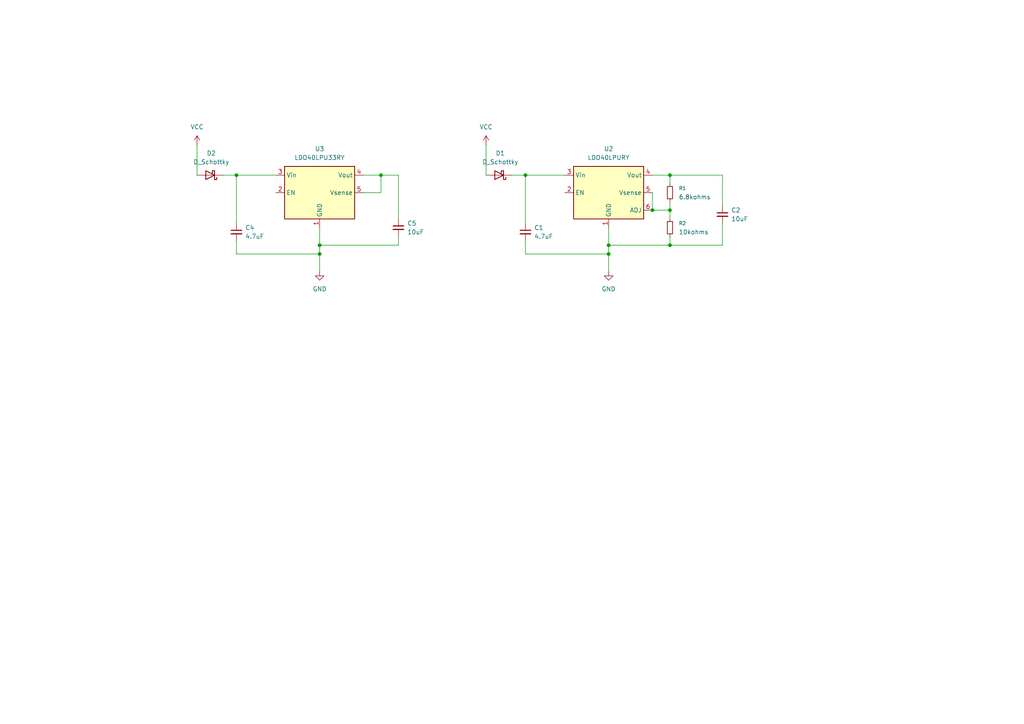
<source format=kicad_sch>
(kicad_sch
	(version 20250114)
	(generator "eeschema")
	(generator_version "9.0")
	(uuid "9ecbd746-fbe1-4c27-bfdb-c91b528f2500")
	(paper "A4")
	(lib_symbols
		(symbol "Device:C_Small"
			(pin_numbers
				(hide yes)
			)
			(pin_names
				(offset 0.254)
				(hide yes)
			)
			(exclude_from_sim no)
			(in_bom yes)
			(on_board yes)
			(property "Reference" "C"
				(at 0.254 1.778 0)
				(effects
					(font
						(size 1.27 1.27)
					)
					(justify left)
				)
			)
			(property "Value" "C_Small"
				(at 0.254 -2.032 0)
				(effects
					(font
						(size 1.27 1.27)
					)
					(justify left)
				)
			)
			(property "Footprint" ""
				(at 0 0 0)
				(effects
					(font
						(size 1.27 1.27)
					)
					(hide yes)
				)
			)
			(property "Datasheet" "~"
				(at 0 0 0)
				(effects
					(font
						(size 1.27 1.27)
					)
					(hide yes)
				)
			)
			(property "Description" "Unpolarized capacitor, small symbol"
				(at 0 0 0)
				(effects
					(font
						(size 1.27 1.27)
					)
					(hide yes)
				)
			)
			(property "ki_keywords" "capacitor cap"
				(at 0 0 0)
				(effects
					(font
						(size 1.27 1.27)
					)
					(hide yes)
				)
			)
			(property "ki_fp_filters" "C_*"
				(at 0 0 0)
				(effects
					(font
						(size 1.27 1.27)
					)
					(hide yes)
				)
			)
			(symbol "C_Small_0_1"
				(polyline
					(pts
						(xy -1.524 0.508) (xy 1.524 0.508)
					)
					(stroke
						(width 0.3048)
						(type default)
					)
					(fill
						(type none)
					)
				)
				(polyline
					(pts
						(xy -1.524 -0.508) (xy 1.524 -0.508)
					)
					(stroke
						(width 0.3302)
						(type default)
					)
					(fill
						(type none)
					)
				)
			)
			(symbol "C_Small_1_1"
				(pin passive line
					(at 0 2.54 270)
					(length 2.032)
					(name "~"
						(effects
							(font
								(size 1.27 1.27)
							)
						)
					)
					(number "1"
						(effects
							(font
								(size 1.27 1.27)
							)
						)
					)
				)
				(pin passive line
					(at 0 -2.54 90)
					(length 2.032)
					(name "~"
						(effects
							(font
								(size 1.27 1.27)
							)
						)
					)
					(number "2"
						(effects
							(font
								(size 1.27 1.27)
							)
						)
					)
				)
			)
			(embedded_fonts no)
		)
		(symbol "Device:D_Schottky"
			(pin_numbers
				(hide yes)
			)
			(pin_names
				(offset 1.016)
				(hide yes)
			)
			(exclude_from_sim no)
			(in_bom yes)
			(on_board yes)
			(property "Reference" "D"
				(at 0 2.54 0)
				(effects
					(font
						(size 1.27 1.27)
					)
				)
			)
			(property "Value" "D_Schottky"
				(at 0 -2.54 0)
				(effects
					(font
						(size 1.27 1.27)
					)
				)
			)
			(property "Footprint" ""
				(at 0 0 0)
				(effects
					(font
						(size 1.27 1.27)
					)
					(hide yes)
				)
			)
			(property "Datasheet" "~"
				(at 0 0 0)
				(effects
					(font
						(size 1.27 1.27)
					)
					(hide yes)
				)
			)
			(property "Description" "Schottky diode"
				(at 0 0 0)
				(effects
					(font
						(size 1.27 1.27)
					)
					(hide yes)
				)
			)
			(property "ki_keywords" "diode Schottky"
				(at 0 0 0)
				(effects
					(font
						(size 1.27 1.27)
					)
					(hide yes)
				)
			)
			(property "ki_fp_filters" "TO-???* *_Diode_* *SingleDiode* D_*"
				(at 0 0 0)
				(effects
					(font
						(size 1.27 1.27)
					)
					(hide yes)
				)
			)
			(symbol "D_Schottky_0_1"
				(polyline
					(pts
						(xy -1.905 0.635) (xy -1.905 1.27) (xy -1.27 1.27) (xy -1.27 -1.27) (xy -0.635 -1.27) (xy -0.635 -0.635)
					)
					(stroke
						(width 0.254)
						(type default)
					)
					(fill
						(type none)
					)
				)
				(polyline
					(pts
						(xy 1.27 1.27) (xy 1.27 -1.27) (xy -1.27 0) (xy 1.27 1.27)
					)
					(stroke
						(width 0.254)
						(type default)
					)
					(fill
						(type none)
					)
				)
				(polyline
					(pts
						(xy 1.27 0) (xy -1.27 0)
					)
					(stroke
						(width 0)
						(type default)
					)
					(fill
						(type none)
					)
				)
			)
			(symbol "D_Schottky_1_1"
				(pin passive line
					(at -3.81 0 0)
					(length 2.54)
					(name "K"
						(effects
							(font
								(size 1.27 1.27)
							)
						)
					)
					(number "1"
						(effects
							(font
								(size 1.27 1.27)
							)
						)
					)
				)
				(pin passive line
					(at 3.81 0 180)
					(length 2.54)
					(name "A"
						(effects
							(font
								(size 1.27 1.27)
							)
						)
					)
					(number "2"
						(effects
							(font
								(size 1.27 1.27)
							)
						)
					)
				)
			)
			(embedded_fonts no)
		)
		(symbol "Device:R_Small"
			(pin_numbers
				(hide yes)
			)
			(pin_names
				(offset 0.254)
				(hide yes)
			)
			(exclude_from_sim no)
			(in_bom yes)
			(on_board yes)
			(property "Reference" "R"
				(at 0 0 90)
				(effects
					(font
						(size 1.016 1.016)
					)
				)
			)
			(property "Value" "R_Small"
				(at 1.778 0 90)
				(effects
					(font
						(size 1.27 1.27)
					)
				)
			)
			(property "Footprint" ""
				(at 0 0 0)
				(effects
					(font
						(size 1.27 1.27)
					)
					(hide yes)
				)
			)
			(property "Datasheet" "~"
				(at 0 0 0)
				(effects
					(font
						(size 1.27 1.27)
					)
					(hide yes)
				)
			)
			(property "Description" "Resistor, small symbol"
				(at 0 0 0)
				(effects
					(font
						(size 1.27 1.27)
					)
					(hide yes)
				)
			)
			(property "ki_keywords" "R resistor"
				(at 0 0 0)
				(effects
					(font
						(size 1.27 1.27)
					)
					(hide yes)
				)
			)
			(property "ki_fp_filters" "R_*"
				(at 0 0 0)
				(effects
					(font
						(size 1.27 1.27)
					)
					(hide yes)
				)
			)
			(symbol "R_Small_0_1"
				(rectangle
					(start -0.762 1.778)
					(end 0.762 -1.778)
					(stroke
						(width 0.2032)
						(type default)
					)
					(fill
						(type none)
					)
				)
			)
			(symbol "R_Small_1_1"
				(pin passive line
					(at 0 2.54 270)
					(length 0.762)
					(name "~"
						(effects
							(font
								(size 1.27 1.27)
							)
						)
					)
					(number "1"
						(effects
							(font
								(size 1.27 1.27)
							)
						)
					)
				)
				(pin passive line
					(at 0 -2.54 90)
					(length 0.762)
					(name "~"
						(effects
							(font
								(size 1.27 1.27)
							)
						)
					)
					(number "2"
						(effects
							(font
								(size 1.27 1.27)
							)
						)
					)
				)
			)
			(embedded_fonts no)
		)
		(symbol "Inverted_F_Antenna:VCC"
			(power)
			(pin_numbers
				(hide yes)
			)
			(pin_names
				(offset 0)
				(hide yes)
			)
			(exclude_from_sim no)
			(in_bom yes)
			(on_board yes)
			(property "Reference" "#PWR"
				(at 0 -3.81 0)
				(effects
					(font
						(size 1.27 1.27)
					)
					(hide yes)
				)
			)
			(property "Value" "VCC"
				(at 0 3.556 0)
				(effects
					(font
						(size 1.27 1.27)
					)
				)
			)
			(property "Footprint" ""
				(at 0 0 0)
				(effects
					(font
						(size 1.27 1.27)
					)
					(hide yes)
				)
			)
			(property "Datasheet" ""
				(at 0 0 0)
				(effects
					(font
						(size 1.27 1.27)
					)
					(hide yes)
				)
			)
			(property "Description" "Power symbol creates a global label with name \"VCC\""
				(at 0 0 0)
				(effects
					(font
						(size 1.27 1.27)
					)
					(hide yes)
				)
			)
			(property "ki_keywords" "global power"
				(at 0 0 0)
				(effects
					(font
						(size 1.27 1.27)
					)
					(hide yes)
				)
			)
			(symbol "VCC_0_1"
				(polyline
					(pts
						(xy -0.762 1.27) (xy 0 2.54)
					)
					(stroke
						(width 0)
						(type default)
					)
					(fill
						(type none)
					)
				)
				(polyline
					(pts
						(xy 0 2.54) (xy 0.762 1.27)
					)
					(stroke
						(width 0)
						(type default)
					)
					(fill
						(type none)
					)
				)
				(polyline
					(pts
						(xy 0 0) (xy 0 2.54)
					)
					(stroke
						(width 0)
						(type default)
					)
					(fill
						(type none)
					)
				)
			)
			(symbol "VCC_1_1"
				(pin power_in line
					(at 0 0 90)
					(length 0)
					(name "~"
						(effects
							(font
								(size 1.27 1.27)
							)
						)
					)
					(number "1"
						(effects
							(font
								(size 1.27 1.27)
							)
						)
					)
				)
			)
			(embedded_fonts no)
		)
		(symbol "Regulator_Linear:LDO40LPU33RY"
			(exclude_from_sim no)
			(in_bom yes)
			(on_board yes)
			(property "Reference" "U"
				(at 0 0 0)
				(effects
					(font
						(size 1.27 1.27)
					)
				)
			)
			(property "Value" "LDO40LPU33RY"
				(at 0 0 0)
				(effects
					(font
						(size 1.27 1.27)
					)
				)
			)
			(property "Footprint" "Package_DFN_QFN:DFN-6-1EP_3x3mm_P0.95mm_EP1.7x2.6mm"
				(at 0 0 0)
				(effects
					(font
						(size 1.27 1.27)
					)
					(hide yes)
				)
			)
			(property "Datasheet" "https://www.st.com/resource/en/datasheet/ldo40l.pdf"
				(at 0 0 0)
				(effects
					(font
						(size 1.27 1.27)
					)
					(hide yes)
				)
			)
			(property "Description" "400mA, 3.5V-38V input, fixed positive 3.3V output, LDO regulator with enable, DFN-6"
				(at 0 0 0)
				(effects
					(font
						(size 1.27 1.27)
					)
					(hide yes)
				)
			)
			(property "ki_keywords" "low-dropout-regulator"
				(at 0 0 0)
				(effects
					(font
						(size 1.27 1.27)
					)
					(hide yes)
				)
			)
			(property "ki_fp_filters" "DFN*1EP*3x3mm*P0.95mm*"
				(at 0 0 0)
				(effects
					(font
						(size 1.27 1.27)
					)
					(hide yes)
				)
			)
			(symbol "LDO40LPU33RY_1_1"
				(rectangle
					(start -10.16 7.62)
					(end 10.16 -7.62)
					(stroke
						(width 0.254)
						(type solid)
					)
					(fill
						(type background)
					)
				)
				(pin power_in line
					(at -12.7 5.08 0)
					(length 2.54)
					(name "Vin"
						(effects
							(font
								(size 1.27 1.27)
							)
						)
					)
					(number "3"
						(effects
							(font
								(size 1.27 1.27)
							)
						)
					)
				)
				(pin input line
					(at -12.7 0 0)
					(length 2.54)
					(name "EN"
						(effects
							(font
								(size 1.27 1.27)
							)
						)
					)
					(number "2"
						(effects
							(font
								(size 1.27 1.27)
							)
						)
					)
				)
				(pin no_connect line
					(at -2.54 -10.16 90)
					(length 2.54)
					(hide yes)
					(name "NC"
						(effects
							(font
								(size 1.27 1.27)
							)
						)
					)
					(number "6"
						(effects
							(font
								(size 1.27 1.27)
							)
						)
					)
				)
				(pin power_in line
					(at 0 -10.16 90)
					(length 2.54)
					(name "GND"
						(effects
							(font
								(size 1.27 1.27)
							)
						)
					)
					(number "1"
						(effects
							(font
								(size 1.27 1.27)
							)
						)
					)
				)
				(pin passive line
					(at 0 -10.16 90)
					(length 2.54)
					(hide yes)
					(name "GND"
						(effects
							(font
								(size 1.27 1.27)
							)
						)
					)
					(number "7"
						(effects
							(font
								(size 1.27 1.27)
							)
						)
					)
				)
				(pin power_out line
					(at 12.7 5.08 180)
					(length 2.54)
					(name "Vout"
						(effects
							(font
								(size 1.27 1.27)
							)
						)
					)
					(number "4"
						(effects
							(font
								(size 1.27 1.27)
							)
						)
					)
				)
				(pin input line
					(at 12.7 0 180)
					(length 2.54)
					(name "Vsense"
						(effects
							(font
								(size 1.27 1.27)
							)
						)
					)
					(number "5"
						(effects
							(font
								(size 1.27 1.27)
							)
						)
					)
				)
			)
			(embedded_fonts no)
		)
		(symbol "Regulator_Linear:LDO40LPURY"
			(exclude_from_sim no)
			(in_bom yes)
			(on_board yes)
			(property "Reference" "U"
				(at 0 0 0)
				(effects
					(font
						(size 1.27 1.27)
					)
				)
			)
			(property "Value" "LDO40LPURY"
				(at 0 0 0)
				(effects
					(font
						(size 1.27 1.27)
					)
				)
			)
			(property "Footprint" "Package_DFN_QFN:DFN-6-1EP_3x3mm_P0.95mm_EP1.7x2.6mm"
				(at 0 0 0)
				(effects
					(font
						(size 1.27 1.27)
					)
					(hide yes)
				)
			)
			(property "Datasheet" "https://www.st.com/resource/en/datasheet/ldo40l.pdf"
				(at 0 0 0)
				(effects
					(font
						(size 1.27 1.27)
					)
					(hide yes)
				)
			)
			(property "Description" "400mA, 3.5V-38V input, 2.5V-11V output, adjustable positive LDO regulator with enable, DFN-6"
				(at 0 0 0)
				(effects
					(font
						(size 1.27 1.27)
					)
					(hide yes)
				)
			)
			(property "ki_keywords" "regulator-adjustable  low-dropout-regulator"
				(at 0 0 0)
				(effects
					(font
						(size 1.27 1.27)
					)
					(hide yes)
				)
			)
			(property "ki_fp_filters" "DFN*1EP*3x3mm*P0.95mm*"
				(at 0 0 0)
				(effects
					(font
						(size 1.27 1.27)
					)
					(hide yes)
				)
			)
			(symbol "LDO40LPURY_1_1"
				(rectangle
					(start -10.16 7.62)
					(end 10.16 -7.62)
					(stroke
						(width 0.254)
						(type solid)
					)
					(fill
						(type background)
					)
				)
				(pin power_in line
					(at -12.7 5.08 0)
					(length 2.54)
					(name "Vin"
						(effects
							(font
								(size 1.27 1.27)
							)
						)
					)
					(number "3"
						(effects
							(font
								(size 1.27 1.27)
							)
						)
					)
				)
				(pin input line
					(at -12.7 0 0)
					(length 2.54)
					(name "EN"
						(effects
							(font
								(size 1.27 1.27)
							)
						)
					)
					(number "2"
						(effects
							(font
								(size 1.27 1.27)
							)
						)
					)
				)
				(pin power_in line
					(at 0 -10.16 90)
					(length 2.54)
					(name "GND"
						(effects
							(font
								(size 1.27 1.27)
							)
						)
					)
					(number "1"
						(effects
							(font
								(size 1.27 1.27)
							)
						)
					)
				)
				(pin passive line
					(at 0 -10.16 90)
					(length 2.54)
					(hide yes)
					(name "GND"
						(effects
							(font
								(size 1.27 1.27)
							)
						)
					)
					(number "7"
						(effects
							(font
								(size 1.27 1.27)
							)
						)
					)
				)
				(pin power_out line
					(at 12.7 5.08 180)
					(length 2.54)
					(name "Vout"
						(effects
							(font
								(size 1.27 1.27)
							)
						)
					)
					(number "4"
						(effects
							(font
								(size 1.27 1.27)
							)
						)
					)
				)
				(pin input line
					(at 12.7 0 180)
					(length 2.54)
					(name "Vsense"
						(effects
							(font
								(size 1.27 1.27)
							)
						)
					)
					(number "5"
						(effects
							(font
								(size 1.27 1.27)
							)
						)
					)
				)
				(pin input line
					(at 12.7 -5.08 180)
					(length 2.54)
					(name "ADJ"
						(effects
							(font
								(size 1.27 1.27)
							)
						)
					)
					(number "6"
						(effects
							(font
								(size 1.27 1.27)
							)
						)
					)
				)
			)
			(embedded_fonts no)
		)
		(symbol "power:GND"
			(power)
			(pin_numbers
				(hide yes)
			)
			(pin_names
				(offset 0)
				(hide yes)
			)
			(exclude_from_sim no)
			(in_bom yes)
			(on_board yes)
			(property "Reference" "#PWR"
				(at 0 -6.35 0)
				(effects
					(font
						(size 1.27 1.27)
					)
					(hide yes)
				)
			)
			(property "Value" "GND"
				(at 0 -3.81 0)
				(effects
					(font
						(size 1.27 1.27)
					)
				)
			)
			(property "Footprint" ""
				(at 0 0 0)
				(effects
					(font
						(size 1.27 1.27)
					)
					(hide yes)
				)
			)
			(property "Datasheet" ""
				(at 0 0 0)
				(effects
					(font
						(size 1.27 1.27)
					)
					(hide yes)
				)
			)
			(property "Description" "Power symbol creates a global label with name \"GND\" , ground"
				(at 0 0 0)
				(effects
					(font
						(size 1.27 1.27)
					)
					(hide yes)
				)
			)
			(property "ki_keywords" "global power"
				(at 0 0 0)
				(effects
					(font
						(size 1.27 1.27)
					)
					(hide yes)
				)
			)
			(symbol "GND_0_1"
				(polyline
					(pts
						(xy 0 0) (xy 0 -1.27) (xy 1.27 -1.27) (xy 0 -2.54) (xy -1.27 -1.27) (xy 0 -1.27)
					)
					(stroke
						(width 0)
						(type default)
					)
					(fill
						(type none)
					)
				)
			)
			(symbol "GND_1_1"
				(pin power_in line
					(at 0 0 270)
					(length 0)
					(name "~"
						(effects
							(font
								(size 1.27 1.27)
							)
						)
					)
					(number "1"
						(effects
							(font
								(size 1.27 1.27)
							)
						)
					)
				)
			)
			(embedded_fonts no)
		)
	)
	(junction
		(at 68.58 50.8)
		(diameter 0)
		(color 0 0 0 0)
		(uuid "10bd4474-8ee0-40f0-8ecc-62222d3373ed")
	)
	(junction
		(at 152.4 50.8)
		(diameter 0)
		(color 0 0 0 0)
		(uuid "278596b2-0377-4d0b-8414-54995487d534")
	)
	(junction
		(at 194.31 50.8)
		(diameter 0)
		(color 0 0 0 0)
		(uuid "4f784f49-2f20-476c-9020-8f6bc86ee4b9")
	)
	(junction
		(at 194.31 71.12)
		(diameter 0)
		(color 0 0 0 0)
		(uuid "5acb3f45-855d-47fa-ac1e-bca62e88cb92")
	)
	(junction
		(at 189.23 60.96)
		(diameter 0)
		(color 0 0 0 0)
		(uuid "695cbaef-efd4-4ad9-a107-bf1915652e77")
	)
	(junction
		(at 110.49 50.8)
		(diameter 0)
		(color 0 0 0 0)
		(uuid "9abf19b6-2baf-47b3-9b2c-6932302f0576")
	)
	(junction
		(at 176.53 71.12)
		(diameter 0)
		(color 0 0 0 0)
		(uuid "c3bee7fc-9a3a-4b32-a78e-98552ca9c0b2")
	)
	(junction
		(at 92.71 71.12)
		(diameter 0)
		(color 0 0 0 0)
		(uuid "cd626f22-37e4-440f-98d4-0ac462b8bf30")
	)
	(junction
		(at 194.31 60.96)
		(diameter 0)
		(color 0 0 0 0)
		(uuid "d40ac05b-0457-4354-a360-36d2dccc28bf")
	)
	(junction
		(at 176.53 73.66)
		(diameter 0)
		(color 0 0 0 0)
		(uuid "e34b5f91-06cf-49ae-a5c5-d44da10a7b74")
	)
	(junction
		(at 92.71 73.66)
		(diameter 0)
		(color 0 0 0 0)
		(uuid "f8c802e0-89b2-456e-bfc0-d5b865506ae3")
	)
	(wire
		(pts
			(xy 140.97 41.91) (xy 140.97 50.8)
		)
		(stroke
			(width 0)
			(type default)
		)
		(uuid "005602b9-d7ed-4e1a-abb8-350f3417a86b")
	)
	(wire
		(pts
			(xy 209.55 59.69) (xy 209.55 50.8)
		)
		(stroke
			(width 0)
			(type default)
		)
		(uuid "03074c25-bcce-4955-ae4f-683bc7ff23cb")
	)
	(wire
		(pts
			(xy 209.55 50.8) (xy 194.31 50.8)
		)
		(stroke
			(width 0)
			(type default)
		)
		(uuid "048b6620-28d1-49ec-9016-092d4e164057")
	)
	(wire
		(pts
			(xy 152.4 69.85) (xy 152.4 73.66)
		)
		(stroke
			(width 0)
			(type default)
		)
		(uuid "0924451f-27dd-44f5-8801-e3c3c937851f")
	)
	(wire
		(pts
			(xy 194.31 58.42) (xy 194.31 60.96)
		)
		(stroke
			(width 0)
			(type default)
		)
		(uuid "10be9f51-b372-4bf4-86bb-fab66dffbd30")
	)
	(wire
		(pts
			(xy 68.58 69.85) (xy 68.58 73.66)
		)
		(stroke
			(width 0)
			(type default)
		)
		(uuid "1cf55047-8069-48c6-97e1-1fea50e154c6")
	)
	(wire
		(pts
			(xy 148.59 50.8) (xy 152.4 50.8)
		)
		(stroke
			(width 0)
			(type default)
		)
		(uuid "25e1c6cb-3ce4-49b6-a875-87e299af321a")
	)
	(wire
		(pts
			(xy 68.58 50.8) (xy 68.58 64.77)
		)
		(stroke
			(width 0)
			(type default)
		)
		(uuid "2652a1bf-e222-419b-becc-87aafe362120")
	)
	(wire
		(pts
			(xy 189.23 60.96) (xy 194.31 60.96)
		)
		(stroke
			(width 0)
			(type default)
		)
		(uuid "2a562bc2-9d85-46bd-a300-f19a8a48ac70")
	)
	(wire
		(pts
			(xy 110.49 50.8) (xy 115.57 50.8)
		)
		(stroke
			(width 0)
			(type default)
		)
		(uuid "2f64cd38-4661-47db-b0fc-0f6f72653078")
	)
	(wire
		(pts
			(xy 152.4 50.8) (xy 163.83 50.8)
		)
		(stroke
			(width 0)
			(type default)
		)
		(uuid "45e975a3-acfb-42ff-b479-fe2197717f9c")
	)
	(wire
		(pts
			(xy 105.41 50.8) (xy 110.49 50.8)
		)
		(stroke
			(width 0)
			(type default)
		)
		(uuid "520e595a-a7f9-49dc-9ac1-64c17e810ee9")
	)
	(wire
		(pts
			(xy 176.53 71.12) (xy 176.53 73.66)
		)
		(stroke
			(width 0)
			(type default)
		)
		(uuid "52e823e6-55a7-4083-a9f0-f9b740126ac5")
	)
	(wire
		(pts
			(xy 68.58 50.8) (xy 80.01 50.8)
		)
		(stroke
			(width 0)
			(type default)
		)
		(uuid "536ae60d-7d92-476e-bc58-c34a9f6de208")
	)
	(wire
		(pts
			(xy 152.4 73.66) (xy 176.53 73.66)
		)
		(stroke
			(width 0)
			(type default)
		)
		(uuid "69ab02f1-c33c-46e1-acc7-8ea4ec220cb6")
	)
	(wire
		(pts
			(xy 189.23 55.88) (xy 189.23 60.96)
		)
		(stroke
			(width 0)
			(type default)
		)
		(uuid "7c133b42-7afb-4016-88fd-5ebcbb8189b2")
	)
	(wire
		(pts
			(xy 57.15 41.91) (xy 57.15 50.8)
		)
		(stroke
			(width 0)
			(type default)
		)
		(uuid "7f3a8ab0-815a-4173-a280-58ed9ee29c66")
	)
	(wire
		(pts
			(xy 194.31 60.96) (xy 194.31 63.5)
		)
		(stroke
			(width 0)
			(type default)
		)
		(uuid "8225453f-5039-44a7-8381-2a1385e1f76f")
	)
	(wire
		(pts
			(xy 92.71 73.66) (xy 92.71 78.74)
		)
		(stroke
			(width 0)
			(type default)
		)
		(uuid "83513c32-b6d1-48c0-8333-ceb22184d8d4")
	)
	(wire
		(pts
			(xy 115.57 50.8) (xy 115.57 63.5)
		)
		(stroke
			(width 0)
			(type default)
		)
		(uuid "84e1751a-a311-4a2b-be87-30df20995717")
	)
	(wire
		(pts
			(xy 176.53 73.66) (xy 176.53 78.74)
		)
		(stroke
			(width 0)
			(type default)
		)
		(uuid "8c4eedd8-972c-4c92-8d0c-1cd7dbbf3f1d")
	)
	(wire
		(pts
			(xy 209.55 64.77) (xy 209.55 71.12)
		)
		(stroke
			(width 0)
			(type default)
		)
		(uuid "90945d35-bf09-42ca-9b6a-a91c7be3ed6a")
	)
	(wire
		(pts
			(xy 189.23 50.8) (xy 194.31 50.8)
		)
		(stroke
			(width 0)
			(type default)
		)
		(uuid "a0f8707f-92e3-48a2-aad9-c218d1475ae6")
	)
	(wire
		(pts
			(xy 194.31 50.8) (xy 194.31 53.34)
		)
		(stroke
			(width 0)
			(type default)
		)
		(uuid "a92c5001-2b1a-443e-b1d7-4c506c703aff")
	)
	(wire
		(pts
			(xy 176.53 66.04) (xy 176.53 71.12)
		)
		(stroke
			(width 0)
			(type default)
		)
		(uuid "b2939094-2702-4ff5-b96d-bb66dc9cd2f4")
	)
	(wire
		(pts
			(xy 105.41 55.88) (xy 110.49 55.88)
		)
		(stroke
			(width 0)
			(type default)
		)
		(uuid "bae47f38-a621-4e99-81ab-d39204f26639")
	)
	(wire
		(pts
			(xy 92.71 71.12) (xy 92.71 73.66)
		)
		(stroke
			(width 0)
			(type default)
		)
		(uuid "bb696869-a10d-49d7-83e9-37713ad5615c")
	)
	(wire
		(pts
			(xy 194.31 68.58) (xy 194.31 71.12)
		)
		(stroke
			(width 0)
			(type default)
		)
		(uuid "bda4aae0-0e21-481c-9279-ea0f1eb3f35c")
	)
	(wire
		(pts
			(xy 110.49 55.88) (xy 110.49 50.8)
		)
		(stroke
			(width 0)
			(type default)
		)
		(uuid "c107e27b-4e5f-4c2d-9b03-7a1b5d5548d5")
	)
	(wire
		(pts
			(xy 92.71 66.04) (xy 92.71 71.12)
		)
		(stroke
			(width 0)
			(type default)
		)
		(uuid "c5b5b241-12b9-46cf-b8c5-cf799900f725")
	)
	(wire
		(pts
			(xy 209.55 71.12) (xy 194.31 71.12)
		)
		(stroke
			(width 0)
			(type default)
		)
		(uuid "c67d3012-08ea-4f58-843d-fb91893c5aea")
	)
	(wire
		(pts
			(xy 64.77 50.8) (xy 68.58 50.8)
		)
		(stroke
			(width 0)
			(type default)
		)
		(uuid "cbcac016-4988-4bfa-a34e-63a034b18ecf")
	)
	(wire
		(pts
			(xy 68.58 73.66) (xy 92.71 73.66)
		)
		(stroke
			(width 0)
			(type default)
		)
		(uuid "cd8fc75e-dd03-42d6-9df3-7fb74f17ad1c")
	)
	(wire
		(pts
			(xy 152.4 50.8) (xy 152.4 64.77)
		)
		(stroke
			(width 0)
			(type default)
		)
		(uuid "ef4145f5-a5b7-413a-9bfa-618bd8056b81")
	)
	(wire
		(pts
			(xy 194.31 71.12) (xy 176.53 71.12)
		)
		(stroke
			(width 0)
			(type default)
		)
		(uuid "f0ee943a-6742-469a-adc2-ae7abd95178d")
	)
	(wire
		(pts
			(xy 115.57 68.58) (xy 115.57 71.12)
		)
		(stroke
			(width 0)
			(type default)
		)
		(uuid "f1a0cc92-13fe-4ea5-b598-d99610512be3")
	)
	(wire
		(pts
			(xy 115.57 71.12) (xy 92.71 71.12)
		)
		(stroke
			(width 0)
			(type default)
		)
		(uuid "f88b1820-ae5b-4112-9b2c-2a11926c8bcd")
	)
	(symbol
		(lib_id "power:GND")
		(at 176.53 78.74 0)
		(unit 1)
		(exclude_from_sim no)
		(in_bom yes)
		(on_board yes)
		(dnp no)
		(fields_autoplaced yes)
		(uuid "2e0b89b1-3700-419a-9bd4-a9241d9b7b15")
		(property "Reference" "#PWR02"
			(at 176.53 85.09 0)
			(effects
				(font
					(size 1.27 1.27)
				)
				(hide yes)
			)
		)
		(property "Value" "GND"
			(at 176.53 83.82 0)
			(effects
				(font
					(size 1.27 1.27)
				)
			)
		)
		(property "Footprint" ""
			(at 176.53 78.74 0)
			(effects
				(font
					(size 1.27 1.27)
				)
				(hide yes)
			)
		)
		(property "Datasheet" ""
			(at 176.53 78.74 0)
			(effects
				(font
					(size 1.27 1.27)
				)
				(hide yes)
			)
		)
		(property "Description" "Power symbol creates a global label with name \"GND\" , ground"
			(at 176.53 78.74 0)
			(effects
				(font
					(size 1.27 1.27)
				)
				(hide yes)
			)
		)
		(pin "1"
			(uuid "4a418abc-e5aa-4087-9c58-3c6f75ee89f2")
		)
		(instances
			(project "Qorvo_Radio_PCB_LDO"
				(path "/9ecbd746-fbe1-4c27-bfdb-c91b528f2500"
					(reference "#PWR02")
					(unit 1)
				)
			)
		)
	)
	(symbol
		(lib_id "Device:C_Small")
		(at 152.4 67.31 0)
		(unit 1)
		(exclude_from_sim no)
		(in_bom yes)
		(on_board yes)
		(dnp no)
		(fields_autoplaced yes)
		(uuid "2fd94352-f670-4ca7-a246-19921318e44e")
		(property "Reference" "C1"
			(at 154.94 66.0462 0)
			(effects
				(font
					(size 1.27 1.27)
				)
				(justify left)
			)
		)
		(property "Value" "4.7uF"
			(at 154.94 68.5862 0)
			(effects
				(font
					(size 1.27 1.27)
				)
				(justify left)
			)
		)
		(property "Footprint" ""
			(at 152.4 67.31 0)
			(effects
				(font
					(size 1.27 1.27)
				)
				(hide yes)
			)
		)
		(property "Datasheet" "~"
			(at 152.4 67.31 0)
			(effects
				(font
					(size 1.27 1.27)
				)
				(hide yes)
			)
		)
		(property "Description" "Unpolarized capacitor, small symbol"
			(at 152.4 67.31 0)
			(effects
				(font
					(size 1.27 1.27)
				)
				(hide yes)
			)
		)
		(pin "2"
			(uuid "19884177-ba3e-41e0-a517-e2ae3d3a49f7")
		)
		(pin "1"
			(uuid "090a86e6-66cd-42ac-9d44-a0b077443f97")
		)
		(instances
			(project "Qorvo_Radio_PCB_LDO"
				(path "/9ecbd746-fbe1-4c27-bfdb-c91b528f2500"
					(reference "C1")
					(unit 1)
				)
			)
		)
	)
	(symbol
		(lib_id "Device:D_Schottky")
		(at 144.78 50.8 180)
		(unit 1)
		(exclude_from_sim no)
		(in_bom yes)
		(on_board yes)
		(dnp no)
		(fields_autoplaced yes)
		(uuid "396cdccd-8297-4c3d-82b4-e26493152270")
		(property "Reference" "D1"
			(at 145.0975 44.45 0)
			(effects
				(font
					(size 1.27 1.27)
				)
			)
		)
		(property "Value" "D_Schottky"
			(at 145.0975 46.99 0)
			(effects
				(font
					(size 1.27 1.27)
				)
			)
		)
		(property "Footprint" ""
			(at 144.78 50.8 0)
			(effects
				(font
					(size 1.27 1.27)
				)
				(hide yes)
			)
		)
		(property "Datasheet" "~"
			(at 144.78 50.8 0)
			(effects
				(font
					(size 1.27 1.27)
				)
				(hide yes)
			)
		)
		(property "Description" "Schottky diode"
			(at 144.78 50.8 0)
			(effects
				(font
					(size 1.27 1.27)
				)
				(hide yes)
			)
		)
		(pin "2"
			(uuid "c3e85f75-2833-4aa1-9f70-602572963365")
		)
		(pin "1"
			(uuid "fda11cce-f7d9-475e-a520-dc63c208070a")
		)
		(instances
			(project "Qorvo_Radio_PCB_LDO"
				(path "/9ecbd746-fbe1-4c27-bfdb-c91b528f2500"
					(reference "D1")
					(unit 1)
				)
			)
		)
	)
	(symbol
		(lib_id "Device:C_Small")
		(at 68.58 67.31 0)
		(unit 1)
		(exclude_from_sim no)
		(in_bom yes)
		(on_board yes)
		(dnp no)
		(fields_autoplaced yes)
		(uuid "3c68ae7a-52a1-4579-afc3-1603becddb9c")
		(property "Reference" "C4"
			(at 71.12 66.0462 0)
			(effects
				(font
					(size 1.27 1.27)
				)
				(justify left)
			)
		)
		(property "Value" "4.7uF"
			(at 71.12 68.5862 0)
			(effects
				(font
					(size 1.27 1.27)
				)
				(justify left)
			)
		)
		(property "Footprint" ""
			(at 68.58 67.31 0)
			(effects
				(font
					(size 1.27 1.27)
				)
				(hide yes)
			)
		)
		(property "Datasheet" "~"
			(at 68.58 67.31 0)
			(effects
				(font
					(size 1.27 1.27)
				)
				(hide yes)
			)
		)
		(property "Description" "Unpolarized capacitor, small symbol"
			(at 68.58 67.31 0)
			(effects
				(font
					(size 1.27 1.27)
				)
				(hide yes)
			)
		)
		(pin "2"
			(uuid "293ea087-9932-4317-8247-682ff62444d7")
		)
		(pin "1"
			(uuid "2d855488-5f13-488d-86fa-9c799e58d230")
		)
		(instances
			(project "Qorvo_Radio_PCB_LDO"
				(path "/9ecbd746-fbe1-4c27-bfdb-c91b528f2500"
					(reference "C4")
					(unit 1)
				)
			)
		)
	)
	(symbol
		(lib_id "Device:R_Small")
		(at 194.31 66.04 0)
		(unit 1)
		(exclude_from_sim no)
		(in_bom yes)
		(on_board yes)
		(dnp no)
		(uuid "3d3bd55d-473e-4b63-a47b-557c608b931c")
		(property "Reference" "R2"
			(at 196.85 64.7699 0)
			(effects
				(font
					(size 1.016 1.016)
				)
				(justify left)
			)
		)
		(property "Value" "10kohms"
			(at 196.85 67.3099 0)
			(effects
				(font
					(size 1.27 1.27)
				)
				(justify left)
			)
		)
		(property "Footprint" ""
			(at 194.31 66.04 0)
			(effects
				(font
					(size 1.27 1.27)
				)
				(hide yes)
			)
		)
		(property "Datasheet" "~"
			(at 194.31 66.04 0)
			(effects
				(font
					(size 1.27 1.27)
				)
				(hide yes)
			)
		)
		(property "Description" "Resistor, small symbol"
			(at 194.31 66.04 0)
			(effects
				(font
					(size 1.27 1.27)
				)
				(hide yes)
			)
		)
		(pin "1"
			(uuid "3f182320-59b6-4682-9e5e-1fb8587d694b")
		)
		(pin "2"
			(uuid "4b43720c-00aa-460c-8c26-441159f7614c")
		)
		(instances
			(project "Qorvo_Radio_PCB_LDO"
				(path "/9ecbd746-fbe1-4c27-bfdb-c91b528f2500"
					(reference "R2")
					(unit 1)
				)
			)
		)
	)
	(symbol
		(lib_id "Device:C_Small")
		(at 209.55 62.23 0)
		(unit 1)
		(exclude_from_sim no)
		(in_bom yes)
		(on_board yes)
		(dnp no)
		(fields_autoplaced yes)
		(uuid "584828fc-e03a-48c5-a2d0-78079dd79305")
		(property "Reference" "C2"
			(at 212.09 60.9662 0)
			(effects
				(font
					(size 1.27 1.27)
				)
				(justify left)
			)
		)
		(property "Value" "10uF"
			(at 212.09 63.5062 0)
			(effects
				(font
					(size 1.27 1.27)
				)
				(justify left)
			)
		)
		(property "Footprint" ""
			(at 209.55 62.23 0)
			(effects
				(font
					(size 1.27 1.27)
				)
				(hide yes)
			)
		)
		(property "Datasheet" "~"
			(at 209.55 62.23 0)
			(effects
				(font
					(size 1.27 1.27)
				)
				(hide yes)
			)
		)
		(property "Description" "Unpolarized capacitor, small symbol"
			(at 209.55 62.23 0)
			(effects
				(font
					(size 1.27 1.27)
				)
				(hide yes)
			)
		)
		(pin "2"
			(uuid "bd0f6962-8b85-4945-bc79-f088bda4b2dd")
		)
		(pin "1"
			(uuid "7f96dd9e-832d-4512-ac60-2ccc77ca9170")
		)
		(instances
			(project "Qorvo_Radio_PCB_LDO"
				(path "/9ecbd746-fbe1-4c27-bfdb-c91b528f2500"
					(reference "C2")
					(unit 1)
				)
			)
		)
	)
	(symbol
		(lib_id "Device:C_Small")
		(at 115.57 66.04 0)
		(unit 1)
		(exclude_from_sim no)
		(in_bom yes)
		(on_board yes)
		(dnp no)
		(fields_autoplaced yes)
		(uuid "6ea1374d-3901-4938-aacd-260609aa6d7f")
		(property "Reference" "C5"
			(at 118.11 64.7762 0)
			(effects
				(font
					(size 1.27 1.27)
				)
				(justify left)
			)
		)
		(property "Value" "10uF"
			(at 118.11 67.3162 0)
			(effects
				(font
					(size 1.27 1.27)
				)
				(justify left)
			)
		)
		(property "Footprint" ""
			(at 115.57 66.04 0)
			(effects
				(font
					(size 1.27 1.27)
				)
				(hide yes)
			)
		)
		(property "Datasheet" "~"
			(at 115.57 66.04 0)
			(effects
				(font
					(size 1.27 1.27)
				)
				(hide yes)
			)
		)
		(property "Description" "Unpolarized capacitor, small symbol"
			(at 115.57 66.04 0)
			(effects
				(font
					(size 1.27 1.27)
				)
				(hide yes)
			)
		)
		(pin "2"
			(uuid "6fbece14-526b-4253-8fb2-ccc80f55aa2c")
		)
		(pin "1"
			(uuid "7246606a-a51e-4079-8266-d9cec118f32f")
		)
		(instances
			(project "Qorvo_Radio_PCB_LDO"
				(path "/9ecbd746-fbe1-4c27-bfdb-c91b528f2500"
					(reference "C5")
					(unit 1)
				)
			)
		)
	)
	(symbol
		(lib_id "power:GND")
		(at 92.71 78.74 0)
		(unit 1)
		(exclude_from_sim no)
		(in_bom yes)
		(on_board yes)
		(dnp no)
		(fields_autoplaced yes)
		(uuid "b95d9bb1-5019-4353-8eec-620ad2df6c8d")
		(property "Reference" "#PWR09"
			(at 92.71 85.09 0)
			(effects
				(font
					(size 1.27 1.27)
				)
				(hide yes)
			)
		)
		(property "Value" "GND"
			(at 92.71 83.82 0)
			(effects
				(font
					(size 1.27 1.27)
				)
			)
		)
		(property "Footprint" ""
			(at 92.71 78.74 0)
			(effects
				(font
					(size 1.27 1.27)
				)
				(hide yes)
			)
		)
		(property "Datasheet" ""
			(at 92.71 78.74 0)
			(effects
				(font
					(size 1.27 1.27)
				)
				(hide yes)
			)
		)
		(property "Description" "Power symbol creates a global label with name \"GND\" , ground"
			(at 92.71 78.74 0)
			(effects
				(font
					(size 1.27 1.27)
				)
				(hide yes)
			)
		)
		(pin "1"
			(uuid "061058be-c132-46a6-8f69-8c01b0ea7449")
		)
		(instances
			(project "Qorvo_Radio_PCB_LDO"
				(path "/9ecbd746-fbe1-4c27-bfdb-c91b528f2500"
					(reference "#PWR09")
					(unit 1)
				)
			)
		)
	)
	(symbol
		(lib_id "Regulator_Linear:LDO40LPU33RY")
		(at 92.71 55.88 0)
		(unit 1)
		(exclude_from_sim no)
		(in_bom yes)
		(on_board yes)
		(dnp no)
		(fields_autoplaced yes)
		(uuid "ce275074-e0ce-4d93-84f5-c33cb5f087ab")
		(property "Reference" "U3"
			(at 92.71 43.18 0)
			(effects
				(font
					(size 1.27 1.27)
				)
			)
		)
		(property "Value" "LDO40LPU33RY"
			(at 92.71 45.72 0)
			(effects
				(font
					(size 1.27 1.27)
				)
			)
		)
		(property "Footprint" "Package_DFN_QFN:DFN-6-1EP_3x3mm_P0.95mm_EP1.7x2.6mm"
			(at 92.71 55.88 0)
			(effects
				(font
					(size 1.27 1.27)
				)
				(hide yes)
			)
		)
		(property "Datasheet" "https://www.st.com/resource/en/datasheet/ldo40l.pdf"
			(at 92.71 55.88 0)
			(effects
				(font
					(size 1.27 1.27)
				)
				(hide yes)
			)
		)
		(property "Description" "400mA, 3.5V-38V input, fixed positive 3.3V output, LDO regulator with enable, DFN-6"
			(at 92.71 55.88 0)
			(effects
				(font
					(size 1.27 1.27)
				)
				(hide yes)
			)
		)
		(pin "6"
			(uuid "5b76e151-2000-4f66-afa5-132b375d9688")
		)
		(pin "3"
			(uuid "e2b402c1-a815-4f14-969a-122f5f53179b")
		)
		(pin "1"
			(uuid "078ac120-4dd1-4e07-8910-c53645c3c2fb")
		)
		(pin "7"
			(uuid "9edad5c7-2906-4846-9d7b-5faa7e763da4")
		)
		(pin "2"
			(uuid "ba94d2ba-076a-4d61-bb9f-f73b4c5370f1")
		)
		(pin "4"
			(uuid "d0f9244a-92d8-4a05-ac94-059f9475ab8e")
		)
		(pin "5"
			(uuid "7c9c7cc4-084a-4072-b277-33fb87f1dcaf")
		)
		(instances
			(project "Qorvo_Radio_PCB_LDO"
				(path "/9ecbd746-fbe1-4c27-bfdb-c91b528f2500"
					(reference "U3")
					(unit 1)
				)
			)
		)
	)
	(symbol
		(lib_id "Regulator_Linear:LDO40LPURY")
		(at 176.53 55.88 0)
		(unit 1)
		(exclude_from_sim no)
		(in_bom yes)
		(on_board yes)
		(dnp no)
		(fields_autoplaced yes)
		(uuid "d9140422-1754-47be-90d6-264ea9835ee6")
		(property "Reference" "U2"
			(at 176.53 43.18 0)
			(effects
				(font
					(size 1.27 1.27)
				)
			)
		)
		(property "Value" "LDO40LPURY"
			(at 176.53 45.72 0)
			(effects
				(font
					(size 1.27 1.27)
				)
			)
		)
		(property "Footprint" "Package_DFN_QFN:DFN-6-1EP_3x3mm_P0.95mm_EP1.7x2.6mm"
			(at 176.53 55.88 0)
			(effects
				(font
					(size 1.27 1.27)
				)
				(hide yes)
			)
		)
		(property "Datasheet" "https://www.st.com/resource/en/datasheet/ldo40l.pdf"
			(at 176.53 55.88 0)
			(effects
				(font
					(size 1.27 1.27)
				)
				(hide yes)
			)
		)
		(property "Description" "400mA, 3.5V-38V input, 2.5V-11V output, adjustable positive LDO regulator with enable, DFN-6"
			(at 176.53 55.88 0)
			(effects
				(font
					(size 1.27 1.27)
				)
				(hide yes)
			)
		)
		(pin "4"
			(uuid "29f03850-62cc-4016-8339-a7b0334ee207")
		)
		(pin "5"
			(uuid "1971a7c5-f02a-4ecf-9eae-f8f45f300a94")
		)
		(pin "1"
			(uuid "9071047a-6b2b-4826-a9d0-4a5f62eb445e")
		)
		(pin "7"
			(uuid "f14bd657-c310-463d-a7c2-83d73835f3db")
		)
		(pin "2"
			(uuid "aaaa54b6-7765-467d-9378-65e05e6e370c")
		)
		(pin "6"
			(uuid "b4e9d481-9df1-4cb8-914d-fd54198bc1c6")
		)
		(pin "3"
			(uuid "b025e583-b9e1-45ce-a4eb-e7a40034fe37")
		)
		(instances
			(project ""
				(path "/9ecbd746-fbe1-4c27-bfdb-c91b528f2500"
					(reference "U2")
					(unit 1)
				)
			)
		)
	)
	(symbol
		(lib_id "Device:D_Schottky")
		(at 60.96 50.8 180)
		(unit 1)
		(exclude_from_sim no)
		(in_bom yes)
		(on_board yes)
		(dnp no)
		(fields_autoplaced yes)
		(uuid "ee481227-a8af-4e4d-9298-a6fef4cb082b")
		(property "Reference" "D2"
			(at 61.2775 44.45 0)
			(effects
				(font
					(size 1.27 1.27)
				)
			)
		)
		(property "Value" "D_Schottky"
			(at 61.2775 46.99 0)
			(effects
				(font
					(size 1.27 1.27)
				)
			)
		)
		(property "Footprint" ""
			(at 60.96 50.8 0)
			(effects
				(font
					(size 1.27 1.27)
				)
				(hide yes)
			)
		)
		(property "Datasheet" "~"
			(at 60.96 50.8 0)
			(effects
				(font
					(size 1.27 1.27)
				)
				(hide yes)
			)
		)
		(property "Description" "Schottky diode"
			(at 60.96 50.8 0)
			(effects
				(font
					(size 1.27 1.27)
				)
				(hide yes)
			)
		)
		(pin "2"
			(uuid "12bef01a-66e4-45cd-99ab-b0d9b3a067b2")
		)
		(pin "1"
			(uuid "f041c3dc-d12d-4c18-ab10-c90772f4ec9d")
		)
		(instances
			(project "Qorvo_Radio_PCB_LDO"
				(path "/9ecbd746-fbe1-4c27-bfdb-c91b528f2500"
					(reference "D2")
					(unit 1)
				)
			)
		)
	)
	(symbol
		(lib_id "Inverted_F_Antenna:VCC")
		(at 57.15 41.91 0)
		(unit 1)
		(exclude_from_sim no)
		(in_bom yes)
		(on_board yes)
		(dnp no)
		(fields_autoplaced yes)
		(uuid "efc33e0a-9bf2-4306-9300-4784d36b6640")
		(property "Reference" "#PWR010"
			(at 57.15 45.72 0)
			(effects
				(font
					(size 1.27 1.27)
				)
				(hide yes)
			)
		)
		(property "Value" "VCC"
			(at 57.15 36.83 0)
			(effects
				(font
					(size 1.27 1.27)
				)
			)
		)
		(property "Footprint" ""
			(at 57.15 41.91 0)
			(effects
				(font
					(size 1.27 1.27)
				)
				(hide yes)
			)
		)
		(property "Datasheet" ""
			(at 57.15 41.91 0)
			(effects
				(font
					(size 1.27 1.27)
				)
				(hide yes)
			)
		)
		(property "Description" "Power symbol creates a global label with name \"VCC\""
			(at 57.15 41.91 0)
			(effects
				(font
					(size 1.27 1.27)
				)
				(hide yes)
			)
		)
		(pin "1"
			(uuid "6b027ed7-e688-4b9e-8e40-d861a0ccdc6d")
		)
		(instances
			(project "Qorvo_Radio_PCB_LDO"
				(path "/9ecbd746-fbe1-4c27-bfdb-c91b528f2500"
					(reference "#PWR010")
					(unit 1)
				)
			)
		)
	)
	(symbol
		(lib_id "Device:R_Small")
		(at 194.31 55.88 0)
		(unit 1)
		(exclude_from_sim no)
		(in_bom yes)
		(on_board yes)
		(dnp no)
		(fields_autoplaced yes)
		(uuid "f7e2f96c-4824-4ddb-a305-d3f5eaa31f71")
		(property "Reference" "R1"
			(at 196.85 54.6099 0)
			(effects
				(font
					(size 1.016 1.016)
				)
				(justify left)
			)
		)
		(property "Value" "6.8kohms"
			(at 196.85 57.1499 0)
			(effects
				(font
					(size 1.27 1.27)
				)
				(justify left)
			)
		)
		(property "Footprint" ""
			(at 194.31 55.88 0)
			(effects
				(font
					(size 1.27 1.27)
				)
				(hide yes)
			)
		)
		(property "Datasheet" "~"
			(at 194.31 55.88 0)
			(effects
				(font
					(size 1.27 1.27)
				)
				(hide yes)
			)
		)
		(property "Description" "Resistor, small symbol"
			(at 194.31 55.88 0)
			(effects
				(font
					(size 1.27 1.27)
				)
				(hide yes)
			)
		)
		(pin "1"
			(uuid "9833fb71-e6a0-4169-a775-56b566e01b18")
		)
		(pin "2"
			(uuid "0a33b515-d56a-45bd-84c7-d3f51d8ace7f")
		)
		(instances
			(project ""
				(path "/9ecbd746-fbe1-4c27-bfdb-c91b528f2500"
					(reference "R1")
					(unit 1)
				)
			)
		)
	)
	(symbol
		(lib_id "Inverted_F_Antenna:VCC")
		(at 140.97 41.91 0)
		(unit 1)
		(exclude_from_sim no)
		(in_bom yes)
		(on_board yes)
		(dnp no)
		(fields_autoplaced yes)
		(uuid "fdd77bb7-1015-47f1-94da-768527779cba")
		(property "Reference" "#PWR01"
			(at 140.97 45.72 0)
			(effects
				(font
					(size 1.27 1.27)
				)
				(hide yes)
			)
		)
		(property "Value" "VCC"
			(at 140.97 36.83 0)
			(effects
				(font
					(size 1.27 1.27)
				)
			)
		)
		(property "Footprint" ""
			(at 140.97 41.91 0)
			(effects
				(font
					(size 1.27 1.27)
				)
				(hide yes)
			)
		)
		(property "Datasheet" ""
			(at 140.97 41.91 0)
			(effects
				(font
					(size 1.27 1.27)
				)
				(hide yes)
			)
		)
		(property "Description" "Power symbol creates a global label with name \"VCC\""
			(at 140.97 41.91 0)
			(effects
				(font
					(size 1.27 1.27)
				)
				(hide yes)
			)
		)
		(pin "1"
			(uuid "d29ee34d-657f-4166-9344-8fa6e5f9fee4")
		)
		(instances
			(project "Qorvo_Radio_PCB_LDO"
				(path "/9ecbd746-fbe1-4c27-bfdb-c91b528f2500"
					(reference "#PWR01")
					(unit 1)
				)
			)
		)
	)
	(sheet_instances
		(path "/"
			(page "1")
		)
	)
	(embedded_fonts no)
)

</source>
